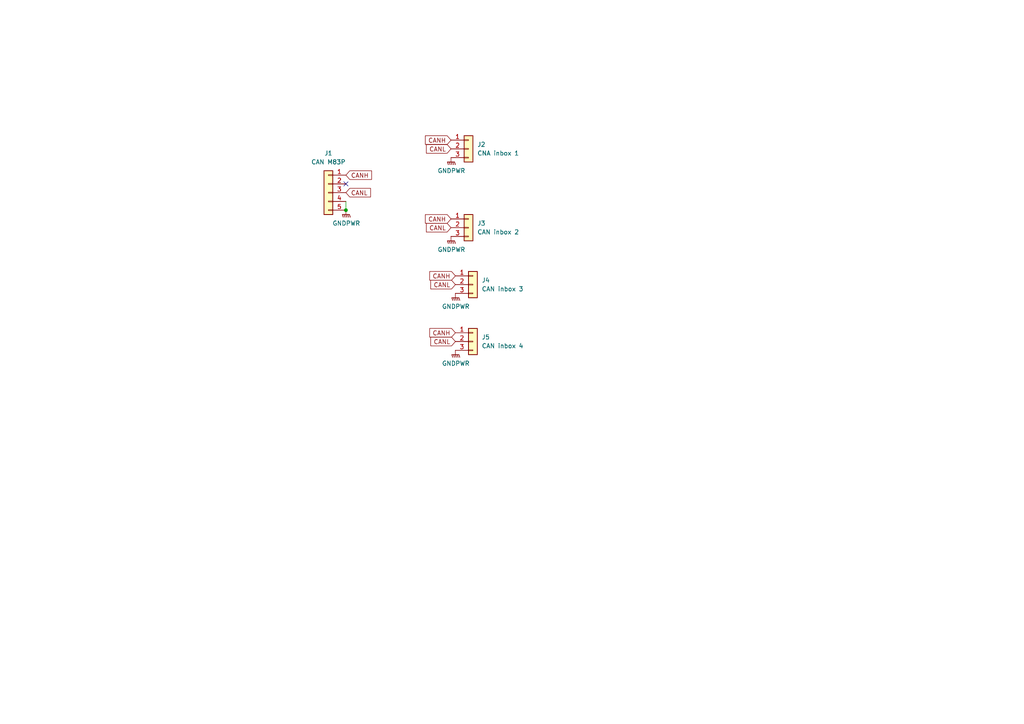
<source format=kicad_sch>
(kicad_sch (version 20230121) (generator eeschema)
  (paper "A4")
  (title_block (title "CAN bus connector board") (date "2024-05-06") (rev "1") (company "NTURacing") (comment 1 "郭哲明") (comment 2 "mainly for inverter"))
  (lib_symbols
    (symbol "Connector_Generic:Conn_01x03" (pin_names (offset 1.016) hide)
      (property "Reference" "J" (at 0 5.08 0))
      (property "Value" "Conn_01x03" (at 0 -5.08 0))
      (symbol "Conn_01x03_1_1"
        (rectangle (start -1.27 -2.413) (end 0 -2.667) (stroke (width 0.1524)))
        (rectangle (start -1.27 0.127) (end 0 -0.127) (stroke (width 0.1524)))
        (rectangle (start -1.27 2.667) (end 0 2.413) (stroke (width 0.1524)))
        (rectangle (start -1.27 3.81) (end 1.27 -3.81) (stroke (width 0.254)) (fill (type background)))
        (pin passive line (at -5.08 2.54 0) (length 3.81) (name "Pin_1") (number "1"))
        (pin passive line (at -5.08 0 0) (length 3.81) (name "Pin_2") (number "2"))
        (pin passive line (at -5.08 -2.54 0) (length 3.81) (name "Pin_3") (number "3"))
      )
    )
    (symbol "Connector_Generic:Conn_01x05" (pin_names (offset 1.016) hide)
      (property "Reference" "J" (at 0 7.62 0))
      (property "Value" "Conn_01x05" (at 0 -7.62 0))
      (symbol "Conn_01x05_1_1"
        (rectangle (start -1.27 -4.953) (end 0 -5.207) (stroke (width 0.1524)))
        (rectangle (start -1.27 -2.413) (end 0 -2.667) (stroke (width 0.1524)))
        (rectangle (start -1.27 0.127) (end 0 -0.127) (stroke (width 0.1524)))
        (rectangle (start -1.27 2.667) (end 0 2.413) (stroke (width 0.1524)))
        (rectangle (start -1.27 5.207) (end 0 4.953) (stroke (width 0.1524)))
        (rectangle (start -1.27 6.35) (end 1.27 -6.35) (stroke (width 0.254)) (fill (type background)))
        (pin passive line (at -5.08 5.08 0) (length 3.81) (name "Pin_1") (number "1"))
        (pin passive line (at -5.08 2.54 0) (length 3.81) (name "Pin_2") (number "2"))
        (pin passive line (at -5.08 0 0) (length 3.81) (name "Pin_3") (number "3"))
        (pin passive line (at -5.08 -2.54 0) (length 3.81) (name "Pin_4") (number "4"))
        (pin passive line (at -5.08 -5.08 0) (length 3.81) (name "Pin_5") (number "5"))
      )
    )
    (symbol "power:GNDPWR" (power) (pin_names (offset 0))
      (property "Value" "GNDPWR" (at 0 -3.302 0))
      (symbol "GNDPWR_0_1"
        (polyline (pts (xy 0 -1.27) (xy 0 0)))
        (polyline (pts (xy -1.016 -1.27) (xy -1.27 -2.032) (xy -1.27 -2.032)) (stroke (width 0.2032)))
        (polyline (pts (xy -0.508 -1.27) (xy -0.762 -2.032) (xy -0.762 -2.032)) (stroke (width 0.2032)))
        (polyline (pts (xy 0 -1.27) (xy -0.254 -2.032) (xy -0.254 -2.032)) (stroke (width 0.2032)))
        (polyline (pts (xy 0.508 -1.27) (xy 0.254 -2.032) (xy 0.254 -2.032)) (stroke (width 0.2032)))
        (polyline (pts (xy 1.016 -1.27) (xy -1.016 -1.27) (xy -1.016 -1.27)) (stroke (width 0.2032)))
        (polyline (pts (xy 1.016 -1.27) (xy 0.762 -2.032) (xy 0.762 -2.032) (xy 0.762 -2.032)) (stroke (width 0.2032)))
      )
      (symbol "GNDPWR_1_1"
        (pin power_in line (at 0 0 270) (length 0) hide (name "GNDPWR") (number "1"))
      )
    )
  )
  (junction (at 100.33 60.96))
  (no_connect (at 100.33 53.34))
  (wire (pts (xy 100.33 58.42) (xy 100.33 60.96)))
  (global_label "CANL" (shape input) (at 100.33 55.88 0) (property "Intersheetrefs" "${INTERSHEET_REFS}" (effects hide)))
  (global_label "CANH" (shape input) (at 130.81 63.5 180) (property "Intersheetrefs" "${INTERSHEET_REFS}" (effects hide)))
  (global_label "CANH" (shape input) (at 132.08 96.52 180) (property "Intersheetrefs" "${INTERSHEET_REFS}" (effects hide)))
  (global_label "CANL" (shape input) (at 132.08 82.55 180) (property "Intersheetrefs" "${INTERSHEET_REFS}" (effects hide)))
  (global_label "CANH" (shape input) (at 100.33 50.8 0) (property "Intersheetrefs" "${INTERSHEET_REFS}" (effects hide)))
  (global_label "CANL" (shape input) (at 132.08 99.06 180) (property "Intersheetrefs" "${INTERSHEET_REFS}" (effects hide)))
  (global_label "CANL" (shape input) (at 130.81 66.04 180) (property "Intersheetrefs" "${INTERSHEET_REFS}" (effects hide)))
  (global_label "CANL" (shape input) (at 130.81 43.18 180) (property "Intersheetrefs" "${INTERSHEET_REFS}" (effects hide)))
  (global_label "CANH" (shape input) (at 132.08 80.01 180) (property "Intersheetrefs" "${INTERSHEET_REFS}" (effects hide)))
  (global_label "CANH" (shape input) (at 130.81 40.64 180) (property "Intersheetrefs" "${INTERSHEET_REFS}" (effects hide)))
  (symbol (lib_id "Connector_Generic:Conn_01x05") (at 95.25 55.88 0) (mirror y) (unit 1)
    (property "Reference" "J1" (at 95.25 44.45 0))
    (property "Value" "CAN M83P" (at 95.25 46.99 0))
    (property "Footprint" "nturt_kicad_lib:WP-03F3-09-11" (effects hide))
  )
  (symbol (lib_id "power:GNDPWR") (at 130.81 45.72 0) (mirror y) (unit 1)
    (property "Reference" "#PWR02" (effects hide))
    (property "Value" "GNDPWR" (at 130.937 49.53 0))
  )
  (symbol (lib_id "Connector_Generic:Conn_01x03") (at 137.16 99.06 0) (unit 1)
    (property "Reference" "J5" (at 139.7 97.79 0) (effects (justify left)))
    (property "Value" "CAN inbox 4" (at 139.7 100.33 0) (effects (justify left)))
    (property "Footprint" "Connector_JST:JST_XH_S3B-XH-A_1x03_P2.50mm_Horizontal" (effects hide))
  )
  (symbol (lib_id "power:GNDPWR") (at 132.08 85.09 0) (mirror y) (unit 1)
    (property "Reference" "#PWR04" (effects hide))
    (property "Value" "GNDPWR" (at 132.207 88.9 0))
  )
  (symbol (lib_id "power:GNDPWR") (at 100.33 60.96 0) (mirror y) (unit 1)
    (property "Reference" "#PWR01" (effects hide))
    (property "Value" "GNDPWR" (at 100.457 64.77 0))
  )
  (symbol (lib_id "Connector_Generic:Conn_01x03") (at 137.16 82.55 0) (unit 1)
    (property "Reference" "J4" (at 139.7 81.28 0) (effects (justify left)))
    (property "Value" "CAN inbox 3" (at 139.7 83.82 0) (effects (justify left)))
    (property "Footprint" "Connector_JST:JST_XH_S3B-XH-A_1x03_P2.50mm_Horizontal" (effects hide))
  )
  (symbol (lib_id "Connector_Generic:Conn_01x03") (at 135.89 66.04 0) (unit 1)
    (property "Reference" "J3" (at 138.43 64.77 0) (effects (justify left)))
    (property "Value" "CAN inbox 2" (at 138.43 67.31 0) (effects (justify left)))
    (property "Footprint" "Connector_JST:JST_XH_S3B-XH-A_1x03_P2.50mm_Horizontal" (effects hide))
  )
  (symbol (lib_id "Connector_Generic:Conn_01x03") (at 135.89 43.18 0) (unit 1)
    (property "Reference" "J2" (at 138.43 41.91 0) (effects (justify left)))
    (property "Value" "CNA inbox 1" (at 138.43 44.45 0) (effects (justify left)))
    (property "Footprint" "Connector_JST:JST_XH_S3B-XH-A_1x03_P2.50mm_Horizontal" (effects hide))
  )
  (symbol (lib_id "power:GNDPWR") (at 132.08 101.6 0) (mirror y) (unit 1)
    (property "Reference" "#PWR05" (effects hide))
    (property "Value" "GNDPWR" (at 132.207 105.41 0))
  )
  (symbol (lib_id "power:GNDPWR") (at 130.81 68.58 0) (mirror y) (unit 1)
    (property "Reference" "#PWR03" (effects hide))
    (property "Value" "GNDPWR" (at 130.937 72.39 0))
  )
)
</source>
